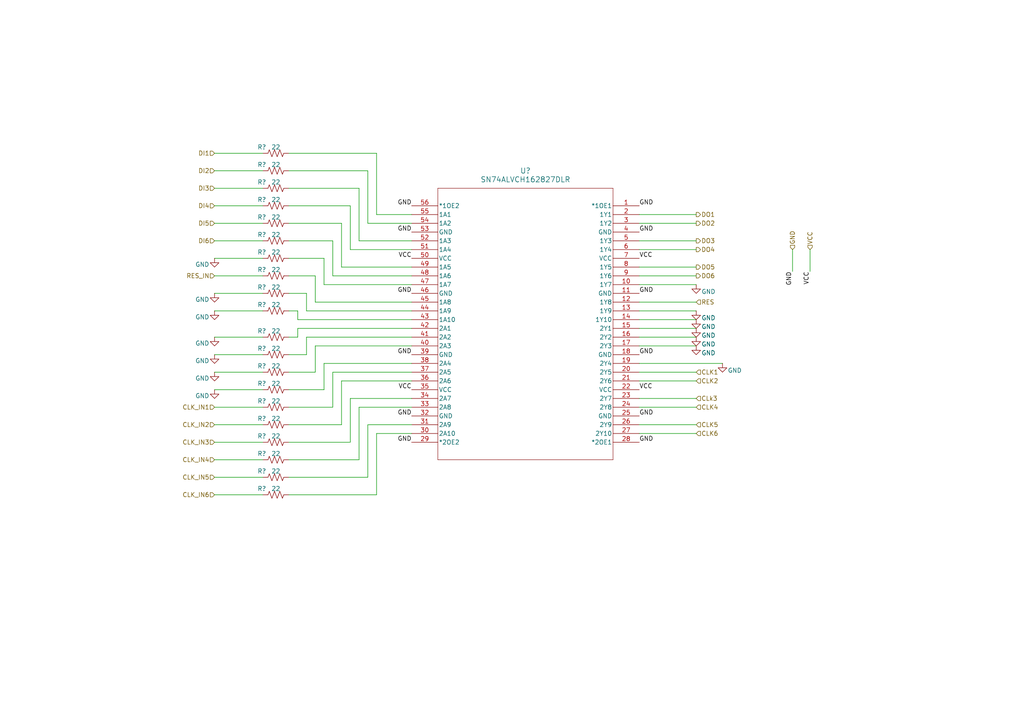
<source format=kicad_sch>
(kicad_sch (version 20231120) (generator "eeschema") (generator_version "8.0")
  (paper "A4")
  (lib_symbols
    (symbol "74ALVCH:SN74ALVCH162827DLR" (pin_names (offset 0.254))
      (property "Reference" "U" (at 33.02 10.16 0))
      (property "Value" "SN74ALVCH162827DLR" (at 33.02 7.62 0))
      (symbol "SN74ALVCH162827DLR_0_1"
        (polyline (pts (xy 7.62 -73.66) (xy 58.42 -73.66)) (stroke (width 0.127)))
        (polyline (pts (xy 7.62 5.08) (xy 7.62 -73.66)) (stroke (width 0.127)))
        (polyline (pts (xy 58.42 -73.66) (xy 58.42 5.08)) (stroke (width 0.127)))
        (polyline (pts (xy 58.42 5.08) (xy 7.62 5.08)) (stroke (width 0.127)))
        (pin input line (at 0 0 0) (length 7.62) (name "*1OE1") (number "1"))
        (pin output line (at 0 -22.86 0) (length 7.62) (name "1Y7") (number "10"))
        (pin power_in line (at 0 -25.4 0) (length 7.62) (name "GND") (number "11"))
        (pin output line (at 0 -27.94 0) (length 7.62) (name "1Y8") (number "12"))
        (pin output line (at 0 -30.48 0) (length 7.62) (name "1Y9") (number "13"))
        (pin output line (at 0 -33.02 0) (length 7.62) (name "1Y10") (number "14"))
        (pin output line (at 0 -35.56 0) (length 7.62) (name "2Y1") (number "15"))
        (pin output line (at 0 -38.1 0) (length 7.62) (name "2Y2") (number "16"))
        (pin output line (at 0 -40.64 0) (length 7.62) (name "2Y3") (number "17"))
        (pin power_in line (at 0 -43.18 0) (length 7.62) (name "GND") (number "18"))
        (pin output line (at 0 -45.72 0) (length 7.62) (name "2Y4") (number "19"))
        (pin output line (at 0 -2.54 0) (length 7.62) (name "1Y1") (number "2"))
        (pin output line (at 0 -48.26 0) (length 7.62) (name "2Y5") (number "20"))
        (pin output line (at 0 -50.8 0) (length 7.62) (name "2Y6") (number "21"))
        (pin power_in line (at 0 -53.34 0) (length 7.62) (name "VCC") (number "22"))
        (pin output line (at 0 -55.88 0) (length 7.62) (name "2Y7") (number "23"))
        (pin output line (at 0 -58.42 0) (length 7.62) (name "2Y8") (number "24"))
        (pin power_in line (at 0 -60.96 0) (length 7.62) (name "GND") (number "25"))
        (pin output line (at 0 -63.5 0) (length 7.62) (name "2Y9") (number "26"))
        (pin output line (at 0 -66.04 0) (length 7.62) (name "2Y10") (number "27"))
        (pin input line (at 0 -68.58 0) (length 7.62) (name "*2OE1") (number "28"))
        (pin input line (at 66.04 -68.58 180) (length 7.62) (name "*2OE2") (number "29"))
        (pin output line (at 0 -5.08 0) (length 7.62) (name "1Y2") (number "3"))
        (pin input line (at 66.04 -66.04 180) (length 7.62) (name "2A10") (number "30"))
        (pin input line (at 66.04 -63.5 180) (length 7.62) (name "2A9") (number "31"))
        (pin power_in line (at 66.04 -60.96 180) (length 7.62) (name "GND") (number "32"))
        (pin input line (at 66.04 -58.42 180) (length 7.62) (name "2A8") (number "33"))
        (pin input line (at 66.04 -55.88 180) (length 7.62) (name "2A7") (number "34"))
        (pin power_in line (at 66.04 -53.34 180) (length 7.62) (name "VCC") (number "35"))
        (pin input line (at 66.04 -50.8 180) (length 7.62) (name "2A6") (number "36"))
        (pin input line (at 66.04 -48.26 180) (length 7.62) (name "2A5") (number "37"))
        (pin input line (at 66.04 -45.72 180) (length 7.62) (name "2A4") (number "38"))
        (pin power_in line (at 66.04 -43.18 180) (length 7.62) (name "GND") (number "39"))
        (pin power_in line (at 0 -7.62 0) (length 7.62) (name "GND") (number "4"))
        (pin input line (at 66.04 -40.64 180) (length 7.62) (name "2A3") (number "40"))
        (pin input line (at 66.04 -38.1 180) (length 7.62) (name "2A2") (number "41"))
        (pin input line (at 66.04 -35.56 180) (length 7.62) (name "2A1") (number "42"))
        (pin input line (at 66.04 -33.02 180) (length 7.62) (name "1A10") (number "43"))
        (pin input line (at 66.04 -30.48 180) (length 7.62) (name "1A9") (number "44"))
        (pin input line (at 66.04 -27.94 180) (length 7.62) (name "1A8") (number "45"))
        (pin power_in line (at 66.04 -25.4 180) (length 7.62) (name "GND") (number "46"))
        (pin input line (at 66.04 -22.86 180) (length 7.62) (name "1A7") (number "47"))
        (pin input line (at 66.04 -20.32 180) (length 7.62) (name "1A6") (number "48"))
        (pin input line (at 66.04 -17.78 180) (length 7.62) (name "1A5") (number "49"))
        (pin output line (at 0 -10.16 0) (length 7.62) (name "1Y3") (number "5"))
        (pin power_in line (at 66.04 -15.24 180) (length 7.62) (name "VCC") (number "50"))
        (pin input line (at 66.04 -12.7 180) (length 7.62) (name "1A4") (number "51"))
        (pin input line (at 66.04 -10.16 180) (length 7.62) (name "1A3") (number "52"))
        (pin power_in line (at 66.04 -7.62 180) (length 7.62) (name "GND") (number "53"))
        (pin input line (at 66.04 -5.08 180) (length 7.62) (name "1A2") (number "54"))
        (pin input line (at 66.04 -2.54 180) (length 7.62) (name "1A1") (number "55"))
        (pin input line (at 66.04 0 180) (length 7.62) (name "*1OE2") (number "56"))
        (pin output line (at 0 -12.7 0) (length 7.62) (name "1Y4") (number "6"))
        (pin power_in line (at 0 -15.24 0) (length 7.62) (name "VCC") (number "7"))
        (pin output line (at 0 -17.78 0) (length 7.62) (name "1Y5") (number "8"))
        (pin output line (at 0 -20.32 0) (length 7.62) (name "1Y6") (number "9"))
      )
    )
    (symbol "Device:R_US" (pin_numbers hide) (pin_names (offset 0))
      (property "Reference" "R" (at 2.54 0 90))
      (property "Value" "R_US" (at -2.54 0 90))
      (symbol "R_US_0_1"
        (polyline (pts (xy 0 -2.286) (xy 0 -2.54)))
        (polyline (pts (xy 0 2.286) (xy 0 2.54)))
        (polyline (pts (xy 0 -0.762) (xy 1.016 -1.143) (xy 0 -1.524) (xy -1.016 -1.905) (xy 0 -2.286)))
        (polyline (pts (xy 0 0.762) (xy 1.016 0.381) (xy 0 0) (xy -1.016 -0.381) (xy 0 -0.762)))
        (polyline (pts (xy 0 2.286) (xy 1.016 1.905) (xy 0 1.524) (xy -1.016 1.143) (xy 0 0.762)))
      )
      (symbol "R_US_1_1"
        (pin passive line (at 0 3.81 270) (length 1.27) (name "~") (number "1"))
        (pin passive line (at 0 -3.81 90) (length 1.27) (name "~") (number "2"))
      )
    )
    (symbol "power:GND" (power) (pin_numbers hide) (pin_names (offset 0) hide)
      (property "Value" "GND" (at 0 -3.81 0))
      (symbol "GND_0_1"
        (polyline (pts (xy 0 0) (xy 0 -1.27) (xy 1.27 -1.27) (xy 0 -2.54) (xy -1.27 -1.27) (xy 0 -1.27)))
      )
      (symbol "GND_1_1"
        (pin power_in line (at 0 0 270) (length 0) (name "~") (number "1"))
      )
    )
  )
  (wire (pts (xy 119.38 92.71) (xy 86.36 92.71)))
  (wire (pts (xy 91.44 80.01) (xy 83.82 80.01)))
  (wire (pts (xy 185.42 105.41) (xy 209.55 105.41)))
  (wire (pts (xy 62.23 54.61) (xy 76.2 54.61)))
  (wire (pts (xy 62.23 128.27) (xy 76.2 128.27)))
  (wire (pts (xy 119.38 123.19) (xy 106.68 123.19)))
  (wire (pts (xy 91.44 100.33) (xy 91.44 107.95)))
  (wire (pts (xy 62.23 90.17) (xy 76.2 90.17)))
  (wire (pts (xy 119.38 82.55) (xy 93.98 82.55)))
  (wire (pts (xy 119.38 100.33) (xy 91.44 100.33)))
  (wire (pts (xy 119.38 118.11) (xy 104.14 118.11)))
  (wire (pts (xy 104.14 69.85) (xy 119.38 69.85)))
  (wire (pts (xy 62.23 97.79) (xy 76.2 97.79)))
  (wire (pts (xy 185.42 115.57) (xy 201.93 115.57)))
  (wire (pts (xy 119.38 115.57) (xy 101.6 115.57)))
  (wire (pts (xy 93.98 74.93) (xy 83.82 74.93)))
  (wire (pts (xy 119.38 107.95) (xy 96.52 107.95)))
  (wire (pts (xy 185.42 123.19) (xy 201.93 123.19)))
  (wire (pts (xy 106.68 64.77) (xy 106.68 49.53)))
  (wire (pts (xy 106.68 138.43) (xy 83.82 138.43)))
  (wire (pts (xy 99.06 77.47) (xy 99.06 64.77)))
  (wire (pts (xy 119.38 77.47) (xy 99.06 77.47)))
  (wire (pts (xy 96.52 80.01) (xy 96.52 69.85)))
  (wire (pts (xy 101.6 59.69) (xy 83.82 59.69)))
  (wire (pts (xy 91.44 87.63) (xy 91.44 80.01)))
  (wire (pts (xy 62.23 138.43) (xy 76.2 138.43)))
  (wire (pts (xy 62.23 143.51) (xy 76.2 143.51)))
  (wire (pts (xy 119.38 64.77) (xy 106.68 64.77)))
  (wire (pts (xy 185.42 82.55) (xy 201.93 82.55)))
  (wire (pts (xy 62.23 85.09) (xy 76.2 85.09)))
  (wire (pts (xy 62.23 69.85) (xy 76.2 69.85)))
  (wire (pts (xy 229.87 72.39) (xy 229.87 78.74)))
  (wire (pts (xy 119.38 97.79) (xy 88.9 97.79)))
  (wire (pts (xy 93.98 82.55) (xy 93.98 74.93)))
  (wire (pts (xy 62.23 80.01) (xy 76.2 80.01)))
  (wire (pts (xy 62.23 123.19) (xy 76.2 123.19)))
  (wire (pts (xy 62.23 74.93) (xy 76.2 74.93)))
  (wire (pts (xy 88.9 102.87) (xy 83.82 102.87)))
  (wire (pts (xy 83.82 85.09) (xy 88.9 85.09)))
  (wire (pts (xy 119.38 87.63) (xy 91.44 87.63)))
  (wire (pts (xy 185.42 95.25) (xy 201.93 95.25)))
  (wire (pts (xy 86.36 95.25) (xy 86.36 97.79)))
  (wire (pts (xy 62.23 44.45) (xy 76.2 44.45)))
  (wire (pts (xy 62.23 118.11) (xy 76.2 118.11)))
  (wire (pts (xy 185.42 107.95) (xy 201.93 107.95)))
  (wire (pts (xy 185.42 118.11) (xy 201.93 118.11)))
  (wire (pts (xy 93.98 105.41) (xy 93.98 113.03)))
  (wire (pts (xy 119.38 105.41) (xy 93.98 105.41)))
  (wire (pts (xy 96.52 107.95) (xy 96.52 118.11)))
  (wire (pts (xy 62.23 64.77) (xy 76.2 64.77)))
  (wire (pts (xy 185.42 90.17) (xy 201.93 90.17)))
  (wire (pts (xy 104.14 54.61) (xy 83.82 54.61)))
  (wire (pts (xy 93.98 113.03) (xy 83.82 113.03)))
  (wire (pts (xy 62.23 113.03) (xy 76.2 113.03)))
  (wire (pts (xy 99.06 110.49) (xy 99.06 123.19)))
  (wire (pts (xy 62.23 49.53) (xy 76.2 49.53)))
  (wire (pts (xy 185.42 87.63) (xy 201.93 87.63)))
  (wire (pts (xy 101.6 72.39) (xy 101.6 59.69)))
  (wire (pts (xy 185.42 92.71) (xy 201.93 92.71)))
  (wire (pts (xy 185.42 110.49) (xy 201.93 110.49)))
  (wire (pts (xy 119.38 80.01) (xy 96.52 80.01)))
  (wire (pts (xy 185.42 125.73) (xy 201.93 125.73)))
  (wire (pts (xy 101.6 115.57) (xy 101.6 128.27)))
  (wire (pts (xy 109.22 125.73) (xy 109.22 143.51)))
  (wire (pts (xy 119.38 72.39) (xy 101.6 72.39)))
  (wire (pts (xy 185.42 77.47) (xy 201.93 77.47)))
  (wire (pts (xy 185.42 80.01) (xy 201.93 80.01)))
  (wire (pts (xy 109.22 143.51) (xy 83.82 143.51)))
  (wire (pts (xy 106.68 123.19) (xy 106.68 138.43)))
  (wire (pts (xy 185.42 62.23) (xy 201.93 62.23)))
  (wire (pts (xy 234.95 72.39) (xy 234.95 78.74)))
  (wire (pts (xy 83.82 69.85) (xy 96.52 69.85)))
  (wire (pts (xy 86.36 92.71) (xy 86.36 90.17)))
  (wire (pts (xy 88.9 85.09) (xy 88.9 90.17)))
  (wire (pts (xy 88.9 90.17) (xy 119.38 90.17)))
  (wire (pts (xy 119.38 110.49) (xy 99.06 110.49)))
  (wire (pts (xy 106.68 49.53) (xy 83.82 49.53)))
  (wire (pts (xy 119.38 95.25) (xy 86.36 95.25)))
  (wire (pts (xy 62.23 107.95) (xy 76.2 107.95)))
  (wire (pts (xy 99.06 64.77) (xy 83.82 64.77)))
  (wire (pts (xy 104.14 69.85) (xy 104.14 54.61)))
  (wire (pts (xy 62.23 59.69) (xy 76.2 59.69)))
  (wire (pts (xy 91.44 107.95) (xy 83.82 107.95)))
  (wire (pts (xy 104.14 133.35) (xy 83.82 133.35)))
  (wire (pts (xy 109.22 44.45) (xy 109.22 62.23)))
  (wire (pts (xy 83.82 44.45) (xy 109.22 44.45)))
  (wire (pts (xy 104.14 118.11) (xy 104.14 133.35)))
  (wire (pts (xy 109.22 62.23) (xy 119.38 62.23)))
  (wire (pts (xy 101.6 128.27) (xy 83.82 128.27)))
  (wire (pts (xy 185.42 100.33) (xy 201.93 100.33)))
  (wire (pts (xy 119.38 125.73) (xy 109.22 125.73)))
  (wire (pts (xy 99.06 123.19) (xy 83.82 123.19)))
  (wire (pts (xy 185.42 64.77) (xy 201.93 64.77)))
  (wire (pts (xy 62.23 133.35) (xy 76.2 133.35)))
  (wire (pts (xy 62.23 102.87) (xy 76.2 102.87)))
  (wire (pts (xy 86.36 90.17) (xy 83.82 90.17)))
  (wire (pts (xy 185.42 69.85) (xy 201.93 69.85)))
  (wire (pts (xy 88.9 97.79) (xy 88.9 102.87)))
  (wire (pts (xy 185.42 72.39) (xy 201.93 72.39)))
  (wire (pts (xy 185.42 97.79) (xy 201.93 97.79)))
  (wire (pts (xy 86.36 97.79) (xy 83.82 97.79)))
  (wire (pts (xy 96.52 118.11) (xy 83.82 118.11)))
  (label "GND" (at 119.38 120.65 180))
  (label "GND" (at 185.42 102.87 0))
  (label "VCC" (at 234.95 78.74 270))
  (label "VCC" (at 185.42 113.03 0))
  (label "GND" (at 119.38 59.69 180))
  (label "GND" (at 119.38 85.09 180))
  (label "GND" (at 185.42 85.09 0))
  (label "GND" (at 119.38 67.31 180))
  (label "GND" (at 185.42 59.69 0))
  (label "GND" (at 185.42 67.31 0))
  (label "VCC" (at 185.42 74.93 0))
  (label "VCC" (at 119.38 74.93 180))
  (label "GND" (at 185.42 128.27 0))
  (label "GND" (at 185.42 120.65 0))
  (label "VCC" (at 119.38 113.03 180))
  (label "GND" (at 119.38 128.27 180))
  (label "GND" (at 229.87 78.74 270))
  (label "GND" (at 119.38 102.87 180))
  (hierarchical_label "DI4" (shape input) (at 62.23 59.69 180))
  (hierarchical_label "CLK_IN2" (shape input) (at 62.23 123.19 180))
  (hierarchical_label "DI6" (shape input) (at 62.23 69.85 180))
  (hierarchical_label "RES_IN" (shape input) (at 62.23 80.01 180))
  (hierarchical_label "GND" (shape input) (at 229.87 72.39 90))
  (hierarchical_label "DO6" (shape output) (at 201.93 80.01 0))
  (hierarchical_label "DO1" (shape output) (at 201.93 62.23 0))
  (hierarchical_label "CLK_IN5" (shape input) (at 62.23 138.43 180))
  (hierarchical_label "CLK_IN3" (shape input) (at 62.23 128.27 180))
  (hierarchical_label "VCC" (shape input) (at 234.95 72.39 90))
  (hierarchical_label "CLK2" (shape input) (at 201.93 110.49 0))
  (hierarchical_label "DO4" (shape output) (at 201.93 72.39 0))
  (hierarchical_label "CLK1" (shape input) (at 201.93 107.95 0))
  (hierarchical_label "DO2" (shape output) (at 201.93 64.77 0))
  (hierarchical_label "CLk3" (shape input) (at 201.93 115.57 0))
  (hierarchical_label "DI2" (shape input) (at 62.23 49.53 180))
  (hierarchical_label "CLK_IN4" (shape input) (at 62.23 133.35 180))
  (hierarchical_label "DI5" (shape input) (at 62.23 64.77 180))
  (hierarchical_label "CLK_IN1" (shape input) (at 62.23 118.11 180))
  (hierarchical_label "DI3" (shape input) (at 62.23 54.61 180))
  (hierarchical_label "CLK6" (shape input) (at 201.93 125.73 0))
  (hierarchical_label "CLK5" (shape input) (at 201.93 123.19 0))
  (hierarchical_label "CLK4" (shape input) (at 201.93 118.11 0))
  (hierarchical_label "DO5" (shape output) (at 201.93 77.47 0))
  (hierarchical_label "RES" (shape input) (at 201.93 87.63 0))
  (hierarchical_label "DO3" (shape output) (at 201.93 69.85 0))
  (hierarchical_label "CLK_IN6" (shape input) (at 62.23 143.51 180))
  (hierarchical_label "DI1" (shape input) (at 62.23 44.45 180))
  (symbol (lib_id "Device:R_US") (at 80.01 143.51 90) (unit 1)
    (property "Reference" "R?" (at 75.946 141.732 90))
    (property "Value" "22" (at 80.01 141.732 90))
    (property "Description" "Resistor, US symbol" (effects (hide yes)))
    (instances (project "board_main" (path "" (reference "R?") (unit 1))) (project "buffer" (path "" (reference "R20") (unit 1))))
  )
  (symbol (lib_id "Device:R_US") (at 80.01 97.79 90) (unit 1)
    (property "Reference" "R?" (at 75.946 96.012 90))
    (property "Value" "22" (at 80.01 96.012 90))
    (property "Description" "Resistor, US symbol" (effects (hide yes)))
    (instances (project "board_main" (path "" (reference "R?") (unit 1))) (project "buffer" (path "" (reference "R11") (unit 1))))
  )
  (symbol (lib_id "power:GND") (at 201.93 100.33 0) (unit 1)
    (property "Reference" "#PWR020" (effects (hide yes)))
    (property "Value" "GND" (at 205.486 102.362 0))
    (property "Description" "Power symbol creates a global label with name \"GND\" , ground" (effects (hide yes)))
  )
  (symbol (lib_id "Device:R_US") (at 80.01 54.61 90) (unit 1)
    (property "Reference" "R?" (at 75.946 52.832 90))
    (property "Value" "22" (at 80.01 52.832 90))
    (property "Description" "Resistor, US symbol" (effects (hide yes)))
    (instances (project "board_main" (path "" (reference "R?") (unit 1))) (project "buffer" (path "" (reference "R3") (unit 1))))
  )
  (symbol (lib_id "Device:R_US") (at 80.01 138.43 90) (unit 1)
    (property "Reference" "R?" (at 75.946 136.652 90))
    (property "Value" "22" (at 80.01 136.652 90))
    (property "Description" "Resistor, US symbol" (effects (hide yes)))
    (instances (project "board_main" (path "" (reference "R?") (unit 1))) (project "buffer" (path "" (reference "R19") (unit 1))))
  )
  (symbol (lib_id "power:GND") (at 201.93 82.55 0) (unit 1)
    (property "Reference" "#PWR015" (effects (hide yes)))
    (property "Value" "GND" (at 205.486 84.582 0))
    (property "Description" "Power symbol creates a global label with name \"GND\" , ground" (effects (hide yes)))
  )
  (symbol (lib_id "Device:R_US") (at 80.01 80.01 90) (unit 1)
    (property "Reference" "R?" (at 75.946 78.232 90))
    (property "Value" "22" (at 80.01 78.232 90))
    (property "Description" "Resistor, US symbol" (effects (hide yes)))
    (instances (project "board_main" (path "" (reference "R?") (unit 1))) (project "buffer" (path "" (reference "R8") (unit 1))))
  )
  (symbol (lib_id "power:GND") (at 62.23 90.17 0) (unit 1)
    (property "Reference" "#PWR012" (effects (hide yes)))
    (property "Value" "GND" (at 58.674 91.948 0))
    (property "Description" "Power symbol creates a global label with name \"GND\" , ground" (effects (hide yes)))
  )
  (symbol (lib_id "Device:R_US") (at 80.01 69.85 90) (unit 1)
    (property "Reference" "R?" (at 75.946 68.072 90))
    (property "Value" "22" (at 80.01 68.072 90))
    (property "Description" "Resistor, US symbol" (effects (hide yes)))
    (instances (project "board_main" (path "" (reference "R?") (unit 1))) (project "buffer" (path "" (reference "R6") (unit 1))))
  )
  (symbol (lib_id "Device:R_US") (at 80.01 85.09 90) (unit 1)
    (property "Reference" "R?" (at 75.946 83.312 90))
    (property "Value" "22" (at 80.01 83.312 90))
    (property "Description" "Resistor, US symbol" (effects (hide yes)))
    (instances (project "board_main" (path "" (reference "R?") (unit 1))) (project "buffer" (path "" (reference "R9") (unit 1))))
  )
  (symbol (lib_id "Device:R_US") (at 80.01 128.27 90) (unit 1)
    (property "Reference" "R?" (at 75.946 126.492 90))
    (property "Value" "22" (at 80.01 126.492 90))
    (property "Description" "Resistor, US symbol" (effects (hide yes)))
    (instances (project "board_main" (path "" (reference "R?") (unit 1))) (project "buffer" (path "" (reference "R17") (unit 1))))
  )
  (symbol (lib_id "Device:R_US") (at 80.01 64.77 90) (unit 1)
    (property "Reference" "R?" (at 75.946 62.992 90))
    (property "Value" "22" (at 80.01 62.992 90))
    (property "Description" "Resistor, US symbol" (effects (hide yes)))
    (instances (project "board_main" (path "" (reference "R?") (unit 1))) (project "buffer" (path "" (reference "R5") (unit 1))))
  )
  (symbol (lib_id "power:GND") (at 201.93 92.71 0) (unit 1)
    (property "Reference" "#PWR017" (effects (hide yes)))
    (property "Value" "GND" (at 205.486 94.742 0))
    (property "Description" "Power symbol creates a global label with name \"GND\" , ground" (effects (hide yes)))
  )
  (symbol (lib_id "Device:R_US") (at 80.01 59.69 90) (unit 1)
    (property "Reference" "R?" (at 75.946 57.912 90))
    (property "Value" "22" (at 80.01 57.912 90))
    (property "Description" "Resistor, US symbol" (effects (hide yes)))
    (instances (project "board_main" (path "" (reference "R?") (unit 1))) (project "buffer" (path "" (reference "R4") (unit 1))))
  )
  (symbol (lib_id "power:GND") (at 62.23 102.87 0) (unit 1)
    (property "Reference" "#PWR010" (effects (hide yes)))
    (property "Value" "GND" (at 58.674 104.648 0))
    (property "Description" "Power symbol creates a global label with name \"GND\" , ground" (effects (hide yes)))
  )
  (symbol (lib_id "Device:R_US") (at 80.01 49.53 90) (unit 1)
    (property "Reference" "R?" (at 75.946 47.752 90))
    (property "Value" "22" (at 80.01 47.752 90))
    (property "Description" "Resistor, US symbol" (effects (hide yes)))
    (instances (project "board_main" (path "" (reference "R?") (unit 1))) (project "buffer" (path "" (reference "R2") (unit 1))))
  )
  (symbol (lib_id "power:GND") (at 62.23 113.03 0) (unit 1)
    (property "Reference" "#PWR08" (effects (hide yes)))
    (property "Value" "GND" (at 58.674 114.808 0))
    (property "Description" "Power symbol creates a global label with name \"GND\" , ground" (effects (hide yes)))
  )
  (symbol (lib_id "power:GND") (at 209.55 105.41 0) (unit 1)
    (property "Reference" "#PWR019" (effects (hide yes)))
    (property "Value" "GND" (at 213.106 107.442 0))
    (property "Description" "Power symbol creates a global label with name \"GND\" , ground" (effects (hide yes)))
  )
  (symbol (lib_id "Device:R_US") (at 80.01 102.87 90) (unit 1)
    (property "Reference" "R?" (at 75.946 101.092 90))
    (property "Value" "22" (at 80.01 101.092 90))
    (property "Description" "Resistor, US symbol" (effects (hide yes)))
    (instances (project "board_main" (path "" (reference "R?") (unit 1))) (project "buffer" (path "" (reference "R12") (unit 1))))
  )
  (symbol (lib_id "Device:R_US") (at 80.01 113.03 90) (unit 1)
    (property "Reference" "R?" (at 75.946 111.252 90))
    (property "Value" "22" (at 80.01 111.252 90))
    (property "Description" "Resistor, US symbol" (effects (hide yes)))
    (instances (project "board_main" (path "" (reference "R?") (unit 1))) (project "buffer" (path "" (reference "R14") (unit 1))))
  )
  (symbol (lib_id "Device:R_US") (at 80.01 44.45 90) (unit 1)
    (property "Reference" "R?" (at 75.946 42.672 90))
    (property "Value" "22" (at 80.01 42.672 90))
    (property "Description" "Resistor, US symbol" (effects (hide yes)))
    (instances (project "board_main" (path "" (reference "R?") (unit 1))) (project "" (path "" (reference "R1") (unit 1))))
  )
  (symbol (lib_id "power:GND") (at 201.93 95.25 0) (unit 1)
    (property "Reference" "#PWR018" (effects (hide yes)))
    (property "Value" "GND" (at 205.486 97.282 0))
    (property "Description" "Power symbol creates a global label with name \"GND\" , ground" (effects (hide yes)))
  )
  (symbol (lib_id "Device:R_US") (at 80.01 133.35 90) (unit 1)
    (property "Reference" "R?" (at 75.946 131.572 90))
    (property "Value" "22" (at 80.01 131.572 90))
    (property "Description" "Resistor, US symbol" (effects (hide yes)))
    (instances (project "board_main" (path "" (reference "R?") (unit 1))) (project "buffer" (path "" (reference "R18") (unit 1))))
  )
  (symbol (lib_id "Device:R_US") (at 80.01 107.95 90) (unit 1)
    (property "Reference" "R?" (at 75.946 106.172 90))
    (property "Value" "22" (at 80.01 106.172 90))
    (property "Description" "Resistor, US symbol" (effects (hide yes)))
    (instances (project "board_main" (path "" (reference "R?") (unit 1))) (project "buffer" (path "" (reference "R13") (unit 1))))
  )
  (symbol (lib_id "Device:R_US") (at 80.01 74.93 90) (unit 1)
    (property "Reference" "R?" (at 75.946 73.152 90))
    (property "Value" "22" (at 80.01 73.152 90))
    (property "Description" "Resistor, US symbol" (effects (hide yes)))
    (instances (project "board_main" (path "" (reference "R?") (unit 1))) (project "buffer" (path "" (reference "R7") (unit 1))))
  )
  (symbol (lib_id "Device:R_US") (at 80.01 123.19 90) (unit 1)
    (property "Reference" "R?" (at 75.946 121.412 90))
    (property "Value" "22" (at 80.01 121.412 90))
    (property "Description" "Resistor, US symbol" (effects (hide yes)))
    (instances (project "board_main" (path "" (reference "R?") (unit 1))) (project "buffer" (path "" (reference "R16") (unit 1))))
  )
  (symbol (lib_id "power:GND") (at 62.23 74.93 0) (unit 1)
    (property "Reference" "#PWR014" (effects (hide yes)))
    (property "Value" "GND" (at 58.674 76.708 0))
    (property "Description" "Power symbol creates a global label with name \"GND\" , ground" (effects (hide yes)))
  )
  (symbol (lib_id "power:GND") (at 62.23 97.79 0) (unit 1)
    (property "Reference" "#PWR011" (effects (hide yes)))
    (property "Value" "GND" (at 58.674 99.568 0))
    (property "Description" "Power symbol creates a global label with name \"GND\" , ground" (effects (hide yes)))
  )
  (symbol (lib_id "power:GND") (at 62.23 107.95 0) (unit 1)
    (property "Reference" "#PWR09" (effects (hide yes)))
    (property "Value" "GND" (at 58.674 109.728 0))
    (property "Description" "Power symbol creates a global label with name \"GND\" , ground" (effects (hide yes)))
  )
  (symbol (lib_id "power:GND") (at 201.93 90.17 0) (unit 1)
    (property "Reference" "#PWR016" (effects (hide yes)))
    (property "Value" "GND" (at 205.486 92.202 0))
    (property "Description" "Power symbol creates a global label with name \"GND\" , ground" (effects (hide yes)))
  )
  (symbol (lib_id "74ALVCH:SN74ALVCH162827DLR") (at 185.42 59.69 0) (mirror y) (unit 1)
    (property "Reference" "U?" (at 152.4 49.53 0) (effects (font (size 1.524 1.524))))
    (property "Value" "SN74ALVCH162827DLR" (at 152.4 52.07 0) (effects (font (size 1.524 1.524))))
    (property "Footprint" "DL56" (effects (hide yes)))
    (property "Datasheet" "SN74ALVCH162827DLR" (effects (hide yes)))
    (instances (project "board_main" (path "" (reference "U?") (unit 1))) (project "" (path "" (reference "U1") (unit 1))))
  )
  (symbol (lib_id "power:GND") (at 62.23 85.09 0) (unit 1)
    (property "Reference" "#PWR013" (effects (hide yes)))
    (property "Value" "GND" (at 58.674 86.868 0))
    (property "Description" "Power symbol creates a global label with name \"GND\" , ground" (effects (hide yes)))
  )
  (symbol (lib_id "Device:R_US") (at 80.01 90.17 90) (unit 1)
    (property "Reference" "R?" (at 75.946 88.392 90))
    (property "Value" "22" (at 80.01 88.392 90))
    (property "Description" "Resistor, US symbol" (effects (hide yes)))
    (instances (project "board_main" (path "" (reference "R?") (unit 1))) (project "buffer" (path "" (reference "R10") (unit 1))))
  )
  (symbol (lib_id "Device:R_US") (at 80.01 118.11 90) (unit 1)
    (property "Reference" "R?" (at 75.946 116.332 90))
    (property "Value" "22" (at 80.01 116.332 90))
    (property "Description" "Resistor, US symbol" (effects (hide yes)))
    (instances (project "board_main" (path "" (reference "R?") (unit 1))) (project "buffer" (path "" (reference "R15") (unit 1))))
  )
  (symbol (lib_id "power:GND") (at 201.93 97.79 0) (unit 1)
    (property "Reference" "#PWR021" (effects (hide yes)))
    (property "Value" "GND" (at 205.486 99.822 0))
    (property "Description" "Power symbol creates a global label with name \"GND\" , ground" (effects (hide yes)))
  )
)
</source>
